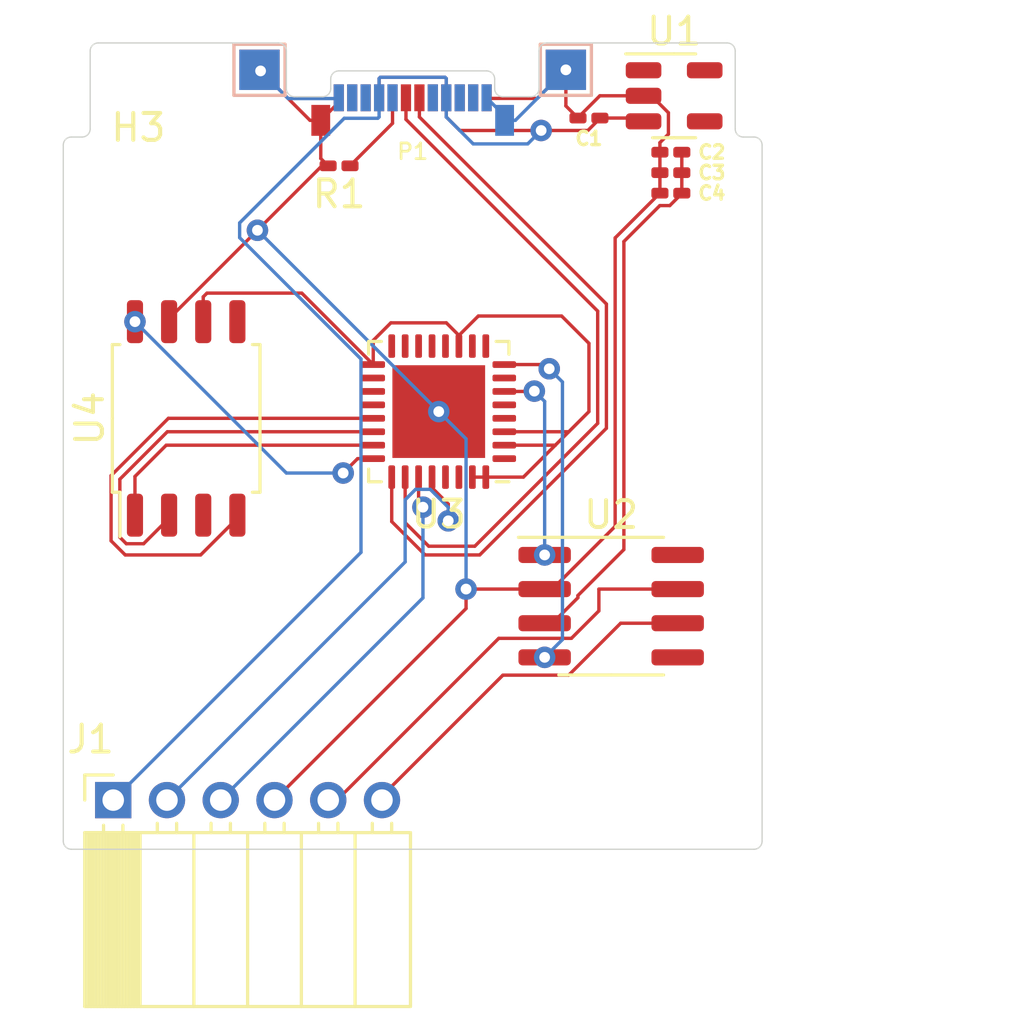
<source format=kicad_pcb>
(kicad_pcb (version 20221018) (generator pcbnew)
  (title_block (title "Expansion Card Template") (rev "X1") (company "Framework") (comment 1 "This work is licensed under a Creative Commons Attribution 4.0 International License") (comment 4 "https://frame.work"))
  (layers (0 "F.Cu" signal) (31 "B.Cu" signal) (34 "B.Paste" user) (35 "F.Paste" user) (36 "B.SilkS" user "B.Silkscreen") (37 "F.SilkS" user "F.Silkscreen") (38 "B.Mask" user) (39 "F.Mask" user) (44 "Edge.Cuts" user))
  (net 0 "")
  (net 1 "GND")
  (net 2 "+3V3")
  (net 3 "VBUS")
  (net 4 "Net-(P1-CC)")
  (net 5 "/D+")
  (net 6 "/D-")
  (net 10 "/SDA")
  (net 11 "/SCL")
  (net 17 "/NPXL")
  (net 23 "/CS")
  (net 24 "/CLK")
  (net 25 "/MOSI")
  (net 26 "/MISO")
  (net 27 "/RXD")
  (net 28 "/TXD")
  (net 33 "/CAN_TX")
  (net 34 "/CAN_RX")
  (net 36 "CAN_L")
  (net 38 "+3.3V")
  (net 39 "CAN_H")
  (footprint "Expansion_Card:USB_C_Plug_Molex_105444" (layer "F.Cu") (at 140 129)
    (fp_text reference "P1" (at 0 2.04) (layer "F.SilkS") (effects (font (size 0.5842 0.5842) (thickness 0.1016))))
    (fp_text value "USB_C_Plug_USB2.0")
    (fp_line (start -3.35 0) (end -4.3 0) (stroke (width 0.05)) (layer "Edge.Cuts"))
    (fp_line (start -3.05 -0.66) (end -3.05 -0.3) (stroke (width 0.05)) (layer "Edge.Cuts"))
    (fp_line (start -2.75 -0.96) (end 2.75 -0.96) (stroke (width 0.05)) (layer "Edge.Cuts"))
    (fp_line (start 3.05 -0.66) (end 3.05 -0.3) (stroke (width 0.05)) (layer "Edge.Cuts"))
    (fp_line (start 3.35 0) (end 4.3 0) (stroke (width 0.05)) (layer "Edge.Cuts"))
    (fp_arc (start -3.05 -0.66) (mid -2.962132 -0.872132) (end -2.75 -0.96) (stroke (width 0.05)) (layer "Edge.Cuts"))
    (fp_arc (start -3.05 -0.3) (mid -3.137868 -0.087868) (end -3.35 0) (stroke (width 0.05)) (layer "Edge.Cuts"))
    (fp_arc (start 2.75 -0.96) (mid 2.962132 -0.872132) (end 3.05 -0.66) (stroke (width 0.05)) (layer "Edge.Cuts"))
    (fp_arc (start 3.35 0) (mid 3.137868 -0.087868) (end 3.05 -0.3) (stroke (width 0.05)) (layer "Edge.Cuts"))
    (pad "A1" smd rect (at -2.75 0.04) (size 0.38 1) (layers "F.Cu" "F.Paste" "F.Mask") (net 1 "GND"))
    (pad "A2" smd rect (at -2.25 0.04) (size 0.38 1) (layers "F.Cu" "F.Paste" "F.Mask"))
    (pad "A3" smd rect (at -1.75 0.04) (size 0.38 1) (layers "F.Cu" "F.Paste" "F.Mask"))
    (pad "A4" smd rect (at -1.25 0.04) (size 0.38 1) (layers "F.Cu" "F.Paste" "F.Mask") (net 3 "VBUS"))
    (pad "A5" smd rect (at -0.75 0.04) (size 0.38 1) (layers "F.Cu" "F.Paste" "F.Mask") (net 4 "Net-(P1-CC)"))
    (pad "A6" smd rect (at -0.25 0.04) (size 0.38 1) (layers "F.Cu" "F.Paste" "F.Mask") (net 5 "/D+"))
    (pad "A7" smd rect (at 0.25 0.04) (size 0.38 1) (layers "F.Cu" "F.Paste" "F.Mask") (net 6 "/D-"))
    (pad "A8" smd rect (at 0.75 0.04) (size 0.38 1) (layers "F.Cu" "F.Paste" "F.Mask"))
    (pad "A9" smd rect (at 1.25 0.04) (size 0.38 1) (layers "F.Cu" "F.Paste" "F.Mask") (net 3 "VBUS"))
    (pad "A10" smd rect (at 1.75 0.04) (size 0.38 1) (layers "F.Cu" "F.Paste" "F.Mask"))
    (pad "A11" smd rect (at 2.25 0.04) (size 0.38 1) (layers "F.Cu" "F.Paste" "F.Mask"))
    (pad "A12" smd rect (at 2.75 0.04) (size 0.38 1) (layers "F.Cu" "F.Paste" "F.Mask") (net 1 "GND"))
    (pad "B1" smd rect (at 2.75 0.04) (size 0.38 1) (layers "B.Cu" "B.Paste" "B.Mask") (net 1 "GND"))
    (pad "B2" smd rect (at 2.25 0.04) (size 0.38 1) (layers "B.Cu" "B.Paste" "B.Mask"))
    (pad "B3" smd rect (at 1.75 0.04) (size 0.38 1) (layers "B.Cu" "B.Paste" "B.Mask"))
    (pad "B4" smd rect (at 1.25 0.04) (size 0.38 1) (layers "B.Cu" "B.Paste" "B.Mask") (net 3 "VBUS"))
    (pad "B5" smd rect (at 0.75 0.04) (size 0.38 1) (layers "B.Cu" "B.Paste" "B.Mask"))
    (pad "B8" smd rect (at -0.75 0.04) (size 0.38 1) (layers "B.Cu" "B.Paste" "B.Mask"))
    (pad "B9" smd rect (at -1.25 0.04) (size 0.38 1) (layers "B.Cu" "B.Paste" "B.Mask") (net 3 "VBUS"))
    (pad "B10" smd rect (at -1.75 0.04) (size 0.38 1) (layers "B.Cu" "B.Paste" "B.Mask"))
    (pad "B11" smd rect (at -2.25 0.04) (size 0.38 1) (layers "B.Cu" "B.Paste" "B.Mask"))
    (pad "B12" smd rect (at -2.75 0.04) (size 0.38 1) (layers "B.Cu" "B.Paste" "B.Mask") (net 1 "GND"))
    (pad "S1" smd rect (at -3.42 0.88) (size 0.7 1.15) (layers "F.Cu" "F.Paste" "F.Mask") (net 1 "GND"))
    (pad "S1" smd rect (at 3.42 0.88) (size 0.7 1.15) (layers "B.Cu" "B.Paste" "B.Mask") (net 1 "GND"))
  )
  (footprint "MountingHole:MountingHole_2.2mm_M2" (layer "F.Cu") (at 129.794 148.844)
    (fp_text reference "H1" hide)
    (fp_text value "MountingHole")
    (pad "" np_thru_hole circle (at 0 0) (size 2.2 2.2) (drill 2.2) (layers "*.Cu" "*.Mask"))
  )
  (footprint "MountingHole:MountingHole_2.2mm_M2" (layer "F.Cu") (at 151.13 141.986)
    (fp_text reference "H2" hide)
    (fp_text value "MountingHole")
    (pad "" np_thru_hole circle (at 0 0) (size 2.2 2.2) (drill 2.2) (layers "*.Cu" "*.Mask"))
  )
  (footprint "TestPoint:TestPoint_Pad_1.5x1.5mm" (layer "F.Cu") (at 134.3 128)
    (fp_text reference "TP1" hide)
    (fp_text value "TestPoint")
    (fp_line (start -0.95 -0.95) (end 0.95 -0.95) (stroke (width 0.12)) (layer "F.SilkS"))
    (fp_line (start -0.95 0.95) (end -0.95 -0.95) (stroke (width 0.12)) (layer "F.SilkS"))
    (fp_line (start 0.95 -0.95) (end 0.95 0.95) (stroke (width 0.12)) (layer "F.SilkS"))
    (fp_line (start 0.95 0.95) (end -0.95 0.95) (stroke (width 0.12)) (layer "F.SilkS"))
    (pad "1" smd rect (at 0 0) (size 1.5 1.5) (layers "F.Cu" "F.Mask") (net 1 "GND"))
  )
  (footprint "TestPoint:TestPoint_Pad_1.5x1.5mm" (layer "F.Cu") (at 145.7 128)
    (fp_text reference "TP3" hide)
    (fp_text value "TestPoint")
    (fp_line (start -0.95 -0.95) (end 0.95 -0.95) (stroke (width 0.12)) (layer "F.SilkS"))
    (fp_line (start -0.95 0.95) (end -0.95 -0.95) (stroke (width 0.12)) (layer "F.SilkS"))
    (fp_line (start 0.95 -0.95) (end 0.95 0.95) (stroke (width 0.12)) (layer "F.SilkS"))
    (fp_line (start 0.95 0.95) (end -0.95 0.95) (stroke (width 0.12)) (layer "F.SilkS"))
    (pad "1" smd rect (at 0 0) (size 1.5 1.5) (layers "F.Cu" "F.Mask") (net 1 "GND"))
  )
  (footprint "Capacitor_SMD:C_0201_0603Metric_Pad0.64x0.40mm_HandSolder" (layer "F.Cu") (at 149.606 131.064 180)
    (fp_text reference "C2" (at -1.524 0) (layer "F.SilkS") (effects (font (size 0.5 0.5) (thickness 0.125))))
    (fp_text value "10uF")
    (pad "1" smd roundrect (at -0.4075 0 180) (size 0.635 0.4) (layers "F.Cu" "F.Mask") (net 2 "+3V3"))
    (pad "2" smd roundrect (at 0.4075 0 180) (size 0.635 0.4) (layers "F.Cu" "F.Mask") (net 1 "GND"))
  )
  (footprint "Package_DFN_QFN:QFN-32-1EP_5x5mm_P0.5mm_EP3.45x3.45mm" (layer "F.Cu") (at 140.97 140.716 180)
    (fp_text reference "U3" (at 0 -3.82) (layer "F.SilkS"))
    (fp_text value "ESP32-C3")
    (fp_line (start -2.61 2.61) (end -2.61 2.135) (stroke (width 0.12)) (layer "F.SilkS"))
    (fp_line (start -2.135 -2.61) (end -2.61 -2.61) (stroke (width 0.12)) (layer "F.SilkS"))
    (fp_line (start -2.135 2.61) (end -2.61 2.61) (stroke (width 0.12)) (layer "F.SilkS"))
    (fp_line (start 2.135 -2.61) (end 2.61 -2.61) (stroke (width 0.12)) (layer "F.SilkS"))
    (fp_line (start 2.135 2.61) (end 2.61 2.61) (stroke (width 0.12)) (layer "F.SilkS"))
    (fp_line (start 2.61 -2.61) (end 2.61 -2.135) (stroke (width 0.12)) (layer "F.SilkS"))
    (fp_line (start 2.61 2.61) (end 2.61 2.135) (stroke (width 0.12)) (layer "F.SilkS"))
    (pad "1" smd roundrect (at -2.4375 -1.75 180) (size 0.875 0.25) (layers "F.Cu" "F.Paste" "F.Mask"))
    (pad "2" smd roundrect (at -2.4375 -1.25 180) (size 0.875 0.25) (layers "F.Cu" "F.Paste" "F.Mask") (net 38 "+3.3V"))
    (pad "3" smd roundrect (at -2.4375 -0.75 180) (size 0.875 0.25) (layers "F.Cu" "F.Paste" "F.Mask") (net 38 "+3.3V"))
    (pad "4" smd roundrect (at -2.4375 -0.25 180) (size 0.875 0.25) (layers "F.Cu" "F.Paste" "F.Mask") (net 10 "/SDA"))
    (pad "5" smd roundrect (at -2.4375 0.25 180) (size 0.875 0.25) (layers "F.Cu" "F.Paste" "F.Mask") (net 11 "/SCL"))
    (pad "6" smd roundrect (at -2.4375 0.75 180) (size 0.875 0.25) (layers "F.Cu" "F.Paste" "F.Mask") (net 33 "/CAN_TX"))
    (pad "7" smd roundrect (at -2.4375 1.25 180) (size 0.875 0.25) (layers "F.Cu" "F.Paste" "F.Mask"))
    (pad "8" smd roundrect (at -2.4375 1.75 180) (size 0.875 0.25) (layers "F.Cu" "F.Paste" "F.Mask") (net 34 "/CAN_RX"))
    (pad "9" smd roundrect (at -1.75 2.4375 180) (size 0.25 0.875) (layers "F.Cu" "F.Paste" "F.Mask"))
    (pad "10" smd roundrect (at -1.25 2.4375 180) (size 0.25 0.875) (layers "F.Cu" "F.Paste" "F.Mask"))
    (pad "11" smd roundrect (at -0.75 2.4375 180) (size 0.25 0.875) (layers "F.Cu" "F.Paste" "F.Mask") (net 38 "+3.3V"))
    (pad "12" smd roundrect (at -0.25 2.4375 180) (size 0.25 0.875) (layers "F.Cu" "F.Paste" "F.Mask"))
    (pad "13" smd roundrect (at 0.25 2.4375 180) (size 0.25 0.875) (layers "F.Cu" "F.Paste" "F.Mask"))
    (pad "14" smd roundrect (at 0.75 2.4375 180) (size 0.25 0.875) (layers "F.Cu" "F.Paste" "F.Mask") (net 17 "/NPXL"))
    (pad "15" smd roundrect (at 1.25 2.4375 180) (size 0.25 0.875) (layers "F.Cu" "F.Paste" "F.Mask"))
    (pad "16" smd roundrect (at 1.75 2.4375 180) (size 0.25 0.875) (layers "F.Cu" "F.Paste" "F.Mask"))
    (pad "17" smd roundrect (at 2.4375 1.75 180) (size 0.875 0.25) (layers "F.Cu" "F.Paste" "F.Mask") (net 38 "+3.3V"))
    (pad "18" smd roundrect (at 2.4375 1.25 180) (size 0.875 0.25) (layers "F.Cu" "F.Paste" "F.Mask"))
    (pad "19" smd roundrect (at 2.4375 0.75 180) (size 0.875 0.25) (layers "F.Cu" "F.Paste" "F.Mask"))
    (pad "20" smd roundrect (at 2.4375 0.25 180) (size 0.875 0.25) (layers "F.Cu" "F.Paste" "F.Mask"))
    (pad "21" smd roundrect (at 2.4375 -0.25 180) (size 0.875 0.25) (layers "F.Cu" "F.Paste" "F.Mask") (net 23 "/CS"))
    (pad "22" smd roundrect (at 2.4375 -0.75 180) (size 0.875 0.25) (layers "F.Cu" "F.Paste" "F.Mask") (net 24 "/CLK"))
    (pad "23" smd roundrect (at 2.4375 -1.25 180) (size 0.875 0.25) (layers "F.Cu" "F.Paste" "F.Mask") (net 25 "/MOSI"))
    (pad "24" smd roundrect (at 2.4375 -1.75 180) (size 0.875 0.25) (layers "F.Cu" "F.Paste" "F.Mask") (net 26 "/MISO"))
    (pad "25" smd roundrect (at 1.75 -2.4375 180) (size 0.25 0.875) (layers "F.Cu" "F.Paste" "F.Mask") (net 6 "/D-"))
    (pad "26" smd roundrect (at 1.25 -2.4375 180) (size 0.25 0.875) (layers "F.Cu" "F.Paste" "F.Mask") (net 5 "/D+"))
    (pad "27" smd roundrect (at 0.75 -2.4375 180) (size 0.25 0.875) (layers "F.Cu" "F.Paste" "F.Mask") (net 27 "/RXD"))
    (pad "28" smd roundrect (at 0.25 -2.4375 180) (size 0.25 0.875) (layers "F.Cu" "F.Paste" "F.Mask") (net 28 "/TXD"))
    (pad "29" smd roundrect (at -0.25 -2.4375 180) (size 0.25 0.875) (layers "F.Cu" "F.Paste" "F.Mask"))
    (pad "30" smd roundrect (at -0.75 -2.4375 180) (size 0.25 0.875) (layers "F.Cu" "F.Paste" "F.Mask"))
    (pad "31" smd roundrect (at -1.25 -2.4375 180) (size 0.25 0.875) (layers "F.Cu" "F.Paste" "F.Mask") (net 38 "+3.3V"))
    (pad "32" smd roundrect (at -1.75 -2.4375 180) (size 0.25 0.875) (layers "F.Cu" "F.Paste" "F.Mask") (net 38 "+3.3V"))
    (pad "33" smd rect (at 0 0 180) (size 3.45 3.45) (layers "F.Cu" "F.Mask") (net 1 "GND"))
  )
  (footprint "Capacitor_SMD:C_0201_0603Metric_Pad0.64x0.40mm_HandSolder" (layer "F.Cu") (at 146.558 129.794 180)
    (fp_text reference "C1" (at 0 -0.762) (layer "F.SilkS") (effects (font (size 0.5 0.5) (thickness 0.125))))
    (fp_text value "10uF")
    (pad "1" smd roundrect (at -0.4075 0 180) (size 0.635 0.4) (layers "F.Cu" "F.Mask") (net 3 "VBUS"))
    (pad "2" smd roundrect (at 0.4075 0 180) (size 0.635 0.4) (layers "F.Cu" "F.Mask") (net 1 "GND"))
  )
  (footprint "Capacitor_SMD:C_0201_0603Metric_Pad0.64x0.40mm_HandSolder" (layer "F.Cu") (at 149.606 131.826 180)
    (fp_text reference "C3" (at -1.524 0) (layer "F.SilkS") (effects (font (size 0.5 0.5) (thickness 0.125))))
    (fp_text value "22uF")
    (pad "1" smd roundrect (at -0.4075 0 180) (size 0.635 0.4) (layers "F.Cu" "F.Mask") (net 2 "+3V3"))
    (pad "2" smd roundrect (at 0.4075 0 180) (size 0.635 0.4) (layers "F.Cu" "F.Mask") (net 1 "GND"))
  )
  (footprint "Capacitor_SMD:C_0201_0603Metric_Pad0.64x0.40mm_HandSolder" (layer "F.Cu") (at 149.606 132.588 180)
    (fp_text reference "C4" (at -1.524 0) (layer "F.SilkS") (effects (font (size 0.5 0.5) (thickness 0.125))))
    (fp_text value "100nF")
    (pad "1" smd roundrect (at -0.4075 0 180) (size 0.635 0.4) (layers "F.Cu" "F.Mask") (net 2 "+3V3"))
    (pad "2" smd roundrect (at 0.4075 0 180) (size 0.635 0.4) (layers "F.Cu" "F.Mask") (net 1 "GND"))
  )
  (footprint "Package_TO_SOT_SMD:SOT-23-5" (layer "F.Cu") (at 149.7275 128.966)
    (fp_text reference "U1" (at 0 -2.4) (layer "F.SilkS"))
    (fp_text value "AP2112K-3.3")
    (fp_line (start 0 -1.56) (end -1.8 -1.56) (stroke (width 0.12)) (layer "F.SilkS"))
    (fp_line (start 0 -1.56) (end 0.8 -1.56) (stroke (width 0.12)) (layer "F.SilkS"))
    (fp_line (start 0 1.56) (end -0.8 1.56) (stroke (width 0.12)) (layer "F.SilkS"))
    (fp_line (start 0 1.56) (end 0.8 1.56) (stroke (width 0.12)) (layer "F.SilkS"))
    (pad "1" smd roundrect (at -1.1375 -0.95) (size 1.325 0.6) (layers "F.Cu" "F.Paste" "F.Mask") (net 3 "VBUS"))
    (pad "2" smd roundrect (at -1.1375 0) (size 1.325 0.6) (layers "F.Cu" "F.Paste" "F.Mask") (net 1 "GND"))
    (pad "3" smd roundrect (at -1.1375 0.95) (size 1.325 0.6) (layers "F.Cu" "F.Paste" "F.Mask") (net 3 "VBUS"))
    (pad "4" smd roundrect (at 1.1375 0.95) (size 1.325 0.6) (layers "F.Cu" "F.Paste" "F.Mask"))
    (pad "5" smd roundrect (at 1.1375 -0.95) (size 1.325 0.6) (layers "F.Cu" "F.Paste" "F.Mask") (net 2 "+3V3"))
  )
  (footprint "Resistor_SMD:R_0201_0603Metric_Pad0.64x0.40mm_HandSolder" (layer "F.Cu") (at 137.2605 131.572 180)
    (fp_text reference "R1" (at 0 -1.05) (layer "F.SilkS"))
    (fp_text value "5.1k")
    (pad "1" smd roundrect (at -0.4075 0 180) (size 0.635 0.4) (layers "F.Cu" "F.Mask") (net 4 "Net-(P1-CC)"))
    (pad "2" smd roundrect (at 0.4075 0 180) (size 0.635 0.4) (layers "F.Cu" "F.Mask") (net 1 "GND"))
  )
  (footprint "Package_SO:SOIC-8_5.275x5.275mm_P1.27mm" (layer "F.Cu") (at 131.572 140.97 90)
    (fp_text reference "U4" (at 0 -3.59 90) (layer "F.SilkS"))
    (fp_text value "AT45DB161D-SU")
    (fp_line (start -2.7475 -2.7475) (end -2.7475 -2.465) (stroke (width 0.12)) (layer "F.SilkS"))
    (fp_line (start -2.7475 -2.465) (end -4.4 -2.465) (stroke (width 0.12)) (layer "F.SilkS"))
    (fp_line (start -2.7475 2.7475) (end -2.7475 2.465) (stroke (width 0.12)) (layer "F.SilkS"))
    (fp_line (start 0 -2.7475) (end -2.7475 -2.7475) (stroke (width 0.12)) (layer "F.SilkS"))
    (fp_line (start 0 -2.7475) (end 2.7475 -2.7475) (stroke (width 0.12)) (layer "F.SilkS"))
    (fp_line (start 0 2.7475) (end -2.7475 2.7475) (stroke (width 0.12)) (layer "F.SilkS"))
    (fp_line (start 0 2.7475) (end 2.7475 2.7475) (stroke (width 0.12)) (layer "F.SilkS"))
    (fp_line (start 2.7475 -2.7475) (end 2.7475 -2.465) (stroke (width 0.12)) (layer "F.SilkS"))
    (fp_line (start 2.7475 2.7475) (end 2.7475 2.465) (stroke (width 0.12)) (layer "F.SilkS"))
    (pad "1" smd roundrect (at -3.6 -1.905 90) (size 1.6 0.6) (layers "F.Cu" "F.Paste" "F.Mask") (net 25 "/MOSI"))
    (pad "2" smd roundrect (at -3.6 -0.635 90) (size 1.6 0.6) (layers "F.Cu" "F.Paste" "F.Mask") (net 24 "/CLK"))
    (pad "3" smd roundrect (at -3.6 0.635 90) (size 1.6 0.6) (layers "F.Cu" "F.Paste" "F.Mask"))
    (pad "4" smd roundrect (at -3.6 1.905 90) (size 1.6 0.6) (layers "F.Cu" "F.Paste" "F.Mask") (net 23 "/CS"))
    (pad "5" smd roundrect (at 3.6 1.905 90) (size 1.6 0.6) (layers "F.Cu" "F.Paste" "F.Mask"))
    (pad "6" smd roundrect (at 3.6 0.635 90) (size 1.6 0.6) (layers "F.Cu" "F.Paste" "F.Mask") (net 38 "+3.3V"))
    (pad "7" smd roundrect (at 3.6 -0.635 90) (size 1.6 0.6) (layers "F.Cu" "F.Paste" "F.Mask") (net 1 "GND"))
    (pad "8" smd roundrect (at 3.6 -1.905 90) (size 1.6 0.6) (layers "F.Cu" "F.Paste" "F.Mask") (net 26 "/MISO"))
  )
  (footprint "Connector_PinSocket_2.00mm:PinSocket_1x06_P2.00mm_Horizontal" (layer "F.Cu") (at 128.858 155.171 90)
    (fp_text reference "J1" (at 2.263 -0.842 180) (layer "F.SilkS"))
    (fp_text value "Conn_01x06")
    (fp_line (start -7.68 -1.06) (end -7.68 11.06) (stroke (width 0.12)) (layer "F.SilkS"))
    (fp_line (start -7.68 -1.06) (end -1.21 -1.06) (stroke (width 0.12)) (layer "F.SilkS"))
    (fp_line (start -7.68 -0.94) (end -1.21 -0.94) (stroke (width 0.12)) (layer "F.SilkS"))
    (fp_line (start -7.68 -0.825882) (end -1.21 -0.825882) (stroke (width 0.12)) (layer "F.SilkS"))
    (fp_line (start -7.68 -0.711764) (end -1.21 -0.711764) (stroke (width 0.12)) (layer "F.SilkS"))
    (fp_line (start -7.68 -0.597646) (end -1.21 -0.597646) (stroke (width 0.12)) (layer "F.SilkS"))
    (fp_line (start -7.68 -0.483528) (end -1.21 -0.483528) (stroke (width 0.12)) (layer "F.SilkS"))
    (fp_line (start -7.68 -0.36941) (end -1.21 -0.36941) (stroke (width 0.12)) (layer "F.SilkS"))
    (fp_line (start -7.68 -0.255292) (end -1.21 -0.255292) (stroke (width 0.12)) (layer "F.SilkS"))
    (fp_line (start -7.68 -0.141174) (end -1.21 -0.141174) (stroke (width 0.12)) (layer "F.SilkS"))
    (fp_line (start -7.68 -0.027056) (end -1.21 -0.027056) (stroke (width 0.12)) (layer "F.SilkS"))
    (fp_line (start -7.68 0.087062) (end -1.21 0.087062) (stroke (width 0.12)) (layer "F.SilkS"))
    (fp_line (start -7.68 0.20118) (end -1.21 0.20118) (stroke (width 0.12)) (layer "F.SilkS"))
    (fp_line (start -7.68 0.315298) (end -1.21 0.315298) (stroke (width 0.12)) (layer "F.SilkS"))
    (fp_line (start -7.68 0.429416) (end -1.21 0.429416) (stroke (width 0.12)) (layer "F.SilkS"))
    (fp_line (start -7.68 0.543534) (end -1.21 0.543534) (stroke (width 0.12)) (layer "F.SilkS"))
    (fp_line (start -7.68 0.657652) (end -1.21 0.657652) (stroke (width 0.12)) (layer "F.SilkS"))
    (fp_line (start -7.68 0.77177) (end -1.21 0.77177) (stroke (width 0.12)) (layer "F.SilkS"))
    (fp_line (start -7.68 0.885888) (end -1.21 0.885888) (stroke (width 0.12)) (layer "F.SilkS"))
    (fp_line (start -7.68 1) (end -1.21 1) (stroke (width 0.12)) (layer "F.SilkS"))
    (fp_line (start -7.68 3) (end -1.21 3) (stroke (width 0.12)) (layer "F.SilkS"))
    (fp_line (start -7.68 5) (end -1.21 5) (stroke (width 0.12)) (layer "F.SilkS"))
    (fp_line (start -7.68 7) (end -1.21 7) (stroke (width 0.12)) (layer "F.SilkS"))
    (fp_line (start -7.68 9) (end -1.21 9) (stroke (width 0.12)) (layer "F.SilkS"))
    (fp_line (start -7.68 11.06) (end -1.21 11.06) (stroke (width 0.12)) (layer "F.SilkS"))
    (fp_line (start -1.21 -1.06) (end -1.21 11.06) (stroke (width 0.12)) (layer "F.SilkS"))
    (fp_line (start -1.21 -0.36) (end -0.935 -0.36) (stroke (width 0.12)) (layer "F.SilkS"))
    (fp_line (start -1.21 0.36) (end -0.935 0.36) (stroke (width 0.12)) (layer "F.SilkS"))
    (fp_line (start -1.21 1.64) (end -0.862917 1.64) (stroke (width 0.12)) (layer "F.SilkS"))
    (fp_line (start -1.21 2.36) (end -0.862917 2.36) (stroke (width 0.12)) (layer "F.SilkS"))
    (fp_line (start -1.21 3.64) (end -0.862917 3.64) (stroke (width 0.12)) (layer "F.SilkS"))
    (fp_line (start -1.21 4.36) (end -0.862917 4.36) (stroke (width 0.12)) (layer "F.SilkS"))
    (fp_line (start -1.21 5.64) (end -0.862917 5.64) (stroke (width 0.12)) (layer "F.SilkS"))
    (fp_line (start -1.21 6.36) (end -0.862917 6.36) (stroke (width 0.12)) (layer "F.SilkS"))
    (fp_line (start -1.21 7.64) (end -0.862917 7.64) (stroke (width 0.12)) (layer "F.SilkS"))
    (fp_line (start -1.21 8.36) (end -0.862917 8.36) (stroke (width 0.12)) (layer "F.SilkS"))
    (fp_line (start -1.21 9.64) (end -0.862917 9.64) (stroke (width 0.12)) (layer "F.SilkS"))
    (fp_line (start -1.21 10.36) (end -0.862917 10.36) (stroke (width 0.12)) (layer "F.SilkS"))
    (fp_line (start 0 -1.06) (end 0.935 -1.06) (stroke (width 0.12)) (layer "F.SilkS"))
    (fp_line (start 0.935 -1.06) (end 0.935 0) (stroke (width 0.12)) (layer "F.SilkS"))
    (pad "1" thru_hole rect (at 0 0 90) (size 1.35 1.35) (drill 0.8) (layers "*.Cu" "*.Mask") (net 3 "VBUS"))
    (pad "2" thru_hole oval (at 0 2 90) (size 1.35 1.35) (drill 0.8) (layers "*.Cu" "*.Mask") (net 28 "/TXD"))
    (pad "3" thru_hole oval (at 0 4 90) (size 1.35 1.35) (drill 0.8) (layers "*.Cu" "*.Mask") (net 27 "/RXD"))
    (pad "4" thru_hole oval (at 0 6 90) (size 1.35 1.35) (drill 0.8) (layers "*.Cu" "*.Mask") (net 1 "GND"))
    (pad "5" thru_hole oval (at 0 8 90) (size 1.35 1.35) (drill 0.8) (layers "*.Cu" "*.Mask") (net 39 "CAN_H"))
    (pad "6" thru_hole oval (at 0 10 90) (size 1.35 1.35) (drill 0.8) (layers "*.Cu" "*.Mask") (net 36 "CAN_L"))
  )
  (footprint "Package_SO:SOIC-8_3.9x4.9mm_P1.27mm" (layer "F.Cu") (at 147.385 147.955)
    (fp_text reference "U2" (at 0 -3.4) (layer "F.SilkS"))
    (fp_text value "SN65HVD230")
    (fp_line (start 0 -2.56) (end -3.45 -2.56) (stroke (width 0.12)) (layer "F.SilkS"))
    (fp_line (start 0 -2.56) (end 1.95 -2.56) (stroke (width 0.12)) (layer "F.SilkS"))
    (fp_line (start 0 2.56) (end -1.95 2.56) (stroke (width 0.12)) (layer "F.SilkS"))
    (fp_line (start 0 2.56) (end 1.95 2.56) (stroke (width 0.12)) (layer "F.SilkS"))
    (pad "1" smd roundrect (at -2.475 -1.905) (size 1.95 0.6) (layers "F.Cu" "F.Paste" "F.Mask") (net 33 "/CAN_TX"))
    (pad "2" smd roundrect (at -2.475 -0.635) (size 1.95 0.6) (layers "F.Cu" "F.Paste" "F.Mask") (net 1 "GND"))
    (pad "3" smd roundrect (at -2.475 0.635) (size 1.95 0.6) (layers "F.Cu" "F.Paste" "F.Mask") (net 2 "+3V3"))
    (pad "4" smd roundrect (at -2.475 1.905) (size 1.95 0.6) (layers "F.Cu" "F.Paste" "F.Mask") (net 34 "/CAN_RX"))
    (pad "5" smd roundrect (at 2.475 1.905) (size 1.95 0.6) (layers "F.Cu" "F.Paste" "F.Mask"))
    (pad "6" smd roundrect (at 2.475 0.635) (size 1.95 0.6) (layers "F.Cu" "F.Paste" "F.Mask") (net 36 "CAN_L"))
    (pad "7" smd roundrect (at 2.475 -0.635) (size 1.95 0.6) (layers "F.Cu" "F.Paste" "F.Mask") (net 39 "CAN_H"))
    (pad "8" smd roundrect (at 2.475 -1.905) (size 1.95 0.6) (layers "F.Cu" "F.Paste" "F.Mask"))
  )
  (footprint "MountingHole:MountingHole_2.2mm_M2" (layer "F.Cu") (at 129.794 133.35)
    (fp_text reference "H3" (at 0 -3.2) (layer "F.SilkS"))
    (fp_text value "MountingHole")
    (pad "" np_thru_hole circle (at 0 0) (size 2.2 2.2) (drill 2.2) (layers "*.Cu" "*.Mask"))
  )
  (footprint "TestPoint:TestPoint_Pad_1.5x1.5mm" (layer "B.Cu") (at 134.3 128)
    (fp_text reference "TP2" hide)
    (fp_text value "TestPoint")
    (fp_line (start -0.95 -0.95) (end -0.95 0.95) (stroke (width 0.12)) (layer "B.SilkS"))
    (fp_line (start -0.95 0.95) (end 0.95 0.95) (stroke (width 0.12)) (layer "B.SilkS"))
    (fp_line (start 0.95 -0.95) (end -0.95 -0.95) (stroke (width 0.12)) (layer "B.SilkS"))
    (fp_line (start 0.95 0.95) (end 0.95 -0.95) (stroke (width 0.12)) (layer "B.SilkS"))
    (pad "1" smd rect (at 0 0) (size 1.5 1.5) (layers "B.Cu" "B.Mask") (net 1 "GND"))
  )
  (footprint "TestPoint:TestPoint_Pad_1.5x1.5mm" (layer "B.Cu") (at 145.7 128)
    (fp_text reference "TP4" hide)
    (fp_text value "TestPoint")
    (fp_line (start -0.95 -0.95) (end -0.95 0.95) (stroke (width 0.12)) (layer "B.SilkS"))
    (fp_line (start -0.95 0.95) (end 0.95 0.95) (stroke (width 0.12)) (layer "B.SilkS"))
    (fp_line (start 0.95 -0.95) (end -0.95 -0.95) (stroke (width 0.12)) (layer "B.SilkS"))
    (fp_line (start 0.95 0.95) (end 0.95 -0.95) (stroke (width 0.12)) (layer "B.SilkS"))
    (pad "1" smd rect (at 0 0) (size 1.5 1.5) (layers "B.Cu" "B.Mask") (net 1 "GND"))
  )
  (gr_line (start 153 130.8) (end 153 156.7) (stroke (width 0.05)) (layer "Edge.Cuts"))
  (gr_line (start 127.3 157) (end 152.7 157) (stroke (width 0.05)) (layer "Edge.Cuts"))
  (gr_arc (start 144.7 128.7) (mid 144.612132 128.912132) (end 144.4 129) (stroke (width 0.05)) (layer "Edge.Cuts"))
  (gr_arc (start 135 127) (mid 135.212132 127.087868) (end 135.3 127.3) (stroke (width 0.05)) (layer "Edge.Cuts"))
  (gr_line (start 144.7 128.7) (end 144.7 127.3) (stroke (width 0.05)) (layer "Edge.Cuts"))
  (gr_arc (start 144.7 127.3) (mid 144.787868 127.087868) (end 145 127) (stroke (width 0.05)) (layer "Edge.Cuts"))
  (gr_line (start 135 127) (end 128.3 127) (stroke (width 0.05)) (layer "Edge.Cuts"))
  (gr_line (start 145 127) (end 151.7 127) (stroke (width 0.05)) (layer "Edge.Cuts"))
  (gr_arc (start 127.3 157) (mid 127.087868 156.912132) (end 127 156.7) (stroke (width 0.05)) (layer "Edge.Cuts"))
  (gr_line (start 144.3 129) (end 144.4 129) (stroke (width 0.05)) (layer "Edge.Cuts"))
  (gr_arc (start 128 127.3) (mid 128.087868 127.087868) (end 128.3 127) (stroke (width 0.05)) (layer "Edge.Cuts"))
  (gr_line (start 128 130.2) (end 128 127.3) (stroke (width 0.05)) (layer "Edge.Cuts"))
  (gr_arc (start 128 130.2) (mid 127.912132 130.412132) (end 127.7 130.5) (stroke (width 0.05)) (layer "Edge.Cuts"))
  (gr_arc (start 127 130.8) (mid 127.087868 130.587868) (end 127.3 130.5) (stroke (width 0.05)) (layer "Edge.Cuts"))
  (gr_line (start 127.3 130.5) (end 127.7 130.5) (stroke (width 0.05)) (layer "Edge.Cuts"))
  (gr_line (start 152 130.2) (end 152 127.3) (stroke (width 0.05)) (layer "Edge.Cuts"))
  (gr_arc (start 152.7 130.5) (mid 152.912132 130.587868) (end 153 130.8) (stroke (width 0.05)) (layer "Edge.Cuts"))
  (gr_arc (start 152.3 130.5) (mid 152.087868 130.412132) (end 152 130.2) (stroke (width 0.05)) (layer "Edge.Cuts"))
  (gr_line (start 152.3 130.5) (end 152.7 130.5) (stroke (width 0.05)) (layer "Edge.Cuts"))
  (gr_arc (start 153 156.7) (mid 152.912132 156.912132) (end 152.7 157) (stroke (width 0.05)) (layer "Edge.Cuts"))
  (gr_arc (start 151.7 127) (mid 151.912132 127.087868) (end 152 127.3) (stroke (width 0.05)) (layer "Edge.Cuts"))
  (gr_line (start 135.6 129) (end 135.7 129) (stroke (width 0.05)) (layer "Edge.Cuts"))
  (gr_line (start 135.3 128.7) (end 135.3 127.3) (stroke (width 0.05)) (layer "Edge.Cuts"))
  (gr_line (start 127 130.8) (end 127 156.7) (stroke (width 0.05)) (layer "Edge.Cuts"))
  (gr_arc (start 135.6 129) (mid 135.387868 128.912132) (end 135.3 128.7) (stroke (width 0.05)) (layer "Edge.Cuts"))
  (segment (start 148.59 128.966) (end 146.963348 128.966) (width 0.125) (layer "F.Cu") (net 1))
  (segment (start 136.58 129.88) (end 136.58 131.299) (width 0.125) (layer "F.Cu") (net 1))
  (segment (start 134.223819 133.969819) (end 136.621637 131.572) (width 0.125) (layer "F.Cu") (net 1))
  (segment (start 142.773967 129.063967) (end 144.636033 129.063967) (width 0.125) (layer "F.Cu") (net 1))
  (segment (start 147.533 144.985363) (end 145.198363 147.32) (width 0.125) (layer "F.Cu") (net 1))
  (segment (start 147.533 134.2535) (end 147.533 144.985363) (width 0.125) (layer "F.Cu") (net 1))
  (segment (start 144.636033 129.063967) (end 145.7 128) (width 0.125) (layer "F.Cu") (net 1))
  (segment (start 146.1505 129.778848) (end 146.1505 129.794) (width 0.125) (layer "F.Cu") (net 1))
  (segment (start 136.58 131.299) (end 136.853 131.572) (width 0.125) (layer "F.Cu") (net 1))
  (segment (start 141.986 148.043) (end 141.986 147.32) (width 0.125) (layer "F.Cu") (net 1))
  (segment (start 148.59 128.966) (end 148.885863 128.966) (width 0.125) (layer "F.Cu") (net 1))
  (segment (start 149.1985 130.7095) (end 149.1985 131.064) (width 0.125) (layer "F.Cu") (net 1))
  (segment (start 130.937 137.37) (end 130.937 137.256637) (width 0.125) (layer "F.Cu") (net 1))
  (segment (start 149.1985 132.588) (end 147.533 134.2535) (width 0.125) (layer "F.Cu") (net 1))
  (segment (start 137.25 129.21) (end 136.58 129.88) (width 0.125) (layer "F.Cu") (net 1))
  (segment (start 145.198363 147.32) (end 144.91 147.32) (width 0.125) (layer "F.Cu") (net 1))
  (segment (start 148.885863 128.966) (end 149.515 129.595137) (width 0.125) (layer "F.Cu") (net 1))
  (segment (start 149.515 129.595137) (end 149.515 130.393) (width 0.125) (layer "F.Cu") (net 1))
  (segment (start 149.1985 132.588) (end 149.1985 131.826) (width 0.125) (layer "F.Cu") (net 1))
  (segment (start 145.7 129.3435) (end 145.7 128) (width 0.125) (layer "F.Cu") (net 1))
  (segment (start 130.937 137.256637) (end 134.223819 133.969819) (width 0.125) (layer "F.Cu") (net 1))
  (segment (start 141.986 147.32) (end 144.91 147.32) (width 0.125) (layer "F.Cu") (net 1))
  (segment (start 137.25 129.04) (end 137.25 129.21) (width 0.125) (layer "F.Cu") (net 1))
  (segment (start 136.58 129.88) (end 136.18 129.88) (width 0.125) (layer "F.Cu") (net 1))
  (segment (start 142.75 129.04) (end 142.773967 129.063967) (width 0.125) (layer "F.Cu") (net 1))
  (segment (start 136.18 129.88) (end 134.3 128) (width 0.125) (layer "F.Cu") (net 1))
  (segment (start 149.1985 131.826) (end 149.1985 131.064) (width 0.125) (layer "F.Cu") (net 1))
  (segment (start 149.515 130.393) (end 149.1985 130.7095) (width 0.125) (layer "F.Cu") (net 1))
  (segment (start 134.858 155.171) (end 141.986 148.043) (width 0.125) (layer "F.Cu") (net 1))
  (segment (start 136.621637 131.572) (end 136.853 131.572) (width 0.125) (layer "F.Cu") (net 1))
  (segment (start 146.963348 128.966) (end 146.1505 129.778848) (width 0.125) (layer "F.Cu") (net 1))
  (segment (start 146.1505 129.794) (end 145.7 129.3435) (width 0.125) (layer "F.Cu") (net 1))
  (via (at 134.223819 133.969819) (size 0.8) (drill 0.4) (layers "F.Cu" "B.Cu") (net 1))
  (via (at 140.97 140.716) (size 0.8) (drill 0.4) (layers "F.Cu" "B.Cu") (net 1))
  (via (at 141.986 147.32) (size 0.8) (drill 0.4) (layers "F.Cu" "B.Cu") (net 1))
  (via (at 145.7 128) (size 0.8) (drill 0.4) (layers "F.Cu" "B.Cu") (net 1))
  (via (at 134.341 128.041) (size 0.8) (drill 0.4) (layers "F.Cu" "B.Cu") (net 1))
  (segment (start 143.42 129.88) (end 143.42 129.71) (width 0.125) (layer "B.Cu") (net 1))
  (segment (start 137.221218 129.068782) (end 135.368782 129.068782) (width 0.125) (layer "B.Cu") (net 1))
  (segment (start 143.82 129.88) (end 143.42 129.88) (width 0.125) (layer "B.Cu") (net 1))
  (segment (start 135.368782 129.068782) (end 134.341 128.041) (width 0.125) (layer "B.Cu") (net 1))
  (segment (start 145.7 128) (end 143.82 129.88) (width 0.125) (layer "B.Cu") (net 1))
  (segment (start 140.97 140.716) (end 141.986 141.732) (width 0.125) (layer "B.Cu") (net 1))
  (segment (start 137.25 129.04) (end 137.221218 129.068782) (width 0.125) (layer "B.Cu") (net 1))
  (segment (start 141.986 141.732) (end 141.986 147.32) (width 0.125) (layer "B.Cu") (net 1))
  (segment (start 143.42 129.71) (end 142.75 129.04) (width 0.125) (layer "B.Cu") (net 1))
  (segment (start 134.3 128) (end 134.341 128.041) (width 0.125) (layer "B.Cu") (net 1))
  (segment (start 140.97 140.716) (end 134.223819 133.969819) (width 0.125) (layer "B.Cu") (net 1))
  (segment (start 147.858 134.38812) (end 149.19562 133.0505) (width 0.125) (layer "F.Cu") (net 2))
  (segment (start 145.198363 148.59) (end 146.1475 147.640863) (width 0.125) (layer "F.Cu") (net 2))
  (segment (start 146.1475 147.558682) (end 147.858 145.848182) (width 0.125) (layer "F.Cu") (net 2))
  (segment (start 149.19562 133.0505) (end 149.566152 133.0505) (width 0.125) (layer "F.Cu") (net 2))
  (segment (start 144.91 148.59) (end 145.198363 148.59) (width 0.125) (layer "F.Cu") (net 2))
  (segment (start 150.0135 132.588) (end 150.0135 131.826) (width 0.125) (layer "F.Cu") (net 2))
  (segment (start 147.858 145.848182) (end 147.858 134.38812) (width 0.125) (layer "F.Cu") (net 2))
  (segment (start 149.566152 133.0505) (end 150.0135 132.603152) (width 0.125) (layer "F.Cu") (net 2))
  (segment (start 150.0135 131.064) (end 150.0135 131.826) (width 0.125) (layer "F.Cu") (net 2))
  (segment (start 150.0135 132.603152) (end 150.0135 132.588) (width 0.125) (layer "F.Cu") (net 2))
  (segment (start 146.1475 147.640863) (end 146.1475 147.558682) (width 0.125) (layer "F.Cu") (net 2))
  (segment (start 138.7975 128.2775) (end 141.2025 128.2775) (width 0.125) (layer "F.Cu") (net 3))
  (segment (start 141.25 129.755) (end 141.7515 130.2565) (width 0.125) (layer "F.Cu") (net 3))
  (segment (start 138.75 129.04) (end 138.75 128.325) (width 0.125) (layer "F.Cu") (net 3))
  (segment (start 141.25 129.04) (end 141.25 129.755) (width 0.125) (layer "F.Cu") (net 3))
  (segment (start 148.468 129.794) (end 148.59 129.916) (width 0.125) (layer "F.Cu") (net 3))
  (segment (start 146.9655 129.794) (end 148.468 129.794) (width 0.125) (layer "F.Cu") (net 3))
  (segment (start 138.75 128.325) (end 138.7975 128.2775) (width 0.125) (layer "F.Cu") (net 3))
  (segment (start 141.2025 128.2775) (end 141.25 128.325) (width 0.125) (layer "F.Cu") (net 3))
  (segment (start 146.518152 130.2565) (end 146.9655 129.809152) (width 0.125) (layer "F.Cu") (net 3))
  (segment (start 141.7515 130.2565) (end 144.78 130.2565) (width 0.125) (layer "F.Cu") (net 3))
  (segment (start 144.78 130.2565) (end 146.518152 130.2565) (width 0.125) (layer "F.Cu") (net 3))
  (segment (start 141.25 128.325) (end 141.25 129.04) (width 0.125) (layer "F.Cu") (net 3))
  (segment (start 146.9655 129.809152) (end 146.9655 129.794) (width 0.125) (layer "F.Cu") (net 3))
  (via (at 144.78 130.2565) (size 0.8) (drill 0.4) (layers "F.Cu" "B.Cu") (net 3))
  (segment (start 133.561319 133.695402) (end 137.454221 129.8025) (width 0.125) (layer "B.Cu") (net 3))
  (segment (start 141.25 129.04) (end 141.25 129.755) (width 0.125) (layer "B.Cu") (net 3))
  (segment (start 138.7025 129.8025) (end 138.75 129.755) (width 0.125) (layer "B.Cu") (net 3))
  (segment (start 142.250899 130.755899) (end 144.280601 130.755899) (width 0.125) (layer "B.Cu") (net 3))
  (segment (start 138.75 128.325) (end 138.7975 128.2775) (width 0.125) (layer "B.Cu") (net 3))
  (segment (start 144.280601 130.755899) (end 144.78 130.2565) (width 0.125) (layer "B.Cu") (net 3))
  (segment (start 138.75 129.04) (end 138.75 128.325) (width 0.125) (layer "B.Cu") (net 3))
  (segment (start 141.25 129.755) (end 142.250899 130.755899) (width 0.125) (layer "B.Cu") (net 3))
  (segment (start 141.25 128.325) (end 141.25 129.04) (width 0.125) (layer "B.Cu") (net 3))
  (segment (start 138.0765 145.9525) (end 138.0765 138.759417) (width 0.125) (layer "B.Cu") (net 3))
  (segment (start 138.75 129.755) (end 138.75 129.04) (width 0.125) (layer "B.Cu") (net 3))
  (segment (start 137.454221 129.8025) (end 138.7025 129.8025) (width 0.125) (layer "B.Cu") (net 3))
  (segment (start 138.7975 128.2775) (end 141.2025 128.2775) (width 0.125) (layer "B.Cu") (net 3))
  (segment (start 141.2025 128.2775) (end 141.25 128.325) (width 0.125) (layer "B.Cu") (net 3))
  (segment (start 133.561319 134.244236) (end 133.561319 133.695402) (width 0.125) (layer "B.Cu") (net 3))
  (segment (start 128.858 155.171) (end 138.0765 145.9525) (width 0.125) (layer "B.Cu") (net 3))
  (segment (start 138.0765 138.759417) (end 133.561319 134.244236) (width 0.125) (layer "B.Cu") (net 3))
  (segment (start 137.668 131.572) (end 139.25 129.99) (width 0.125) (layer "F.Cu") (net 4))
  (segment (start 139.25 129.99) (end 139.25 129.04) (width 0.125) (layer "F.Cu") (net 4))
  (segment (start 146.883 141.153) (end 146.883 136.977) (width 0.125) (layer "F.Cu") (net 5))
  (segment (start 140.59662 145.725) (end 142.311 145.725) (width 0.125) (layer "F.Cu") (net 5))
  (segment (start 139.75 129.844) (end 139.75 129.04) (width 0.125) (layer "F.Cu") (net 5))
  (segment (start 142.311 145.725) (end 146.883 141.153) (width 0.125) (layer "F.Cu") (net 5))
  (segment (start 139.72 143.1535) (end 139.72 144.84838) (width 0.125) (layer "F.Cu") (net 5))
  (segment (start 146.883 136.977) (end 139.75 129.844) (width 0.125) (layer "F.Cu") (net 5))
  (segment (start 139.72 144.84838) (end 140.59662 145.725) (width 0.125) (layer "F.Cu") (net 5))
  (segment (start 140.462 146.05) (end 139.22 144.808) (width 0.125) (layer "F.Cu") (net 6))
  (segment (start 139.22 144.808) (end 139.22 143.1535) (width 0.125) (layer "F.Cu") (net 6))
  (segment (start 147.208 136.713) (end 147.208 141.336) (width 0.125) (layer "F.Cu") (net 6))
  (segment (start 140.25 129.755) (end 147.208 136.713) (width 0.125) (layer "F.Cu") (net 6))
  (segment (start 147.208 141.336) (end 142.494 146.05) (width 0.125) (layer "F.Cu") (net 6))
  (segment (start 140.25 129.04) (end 140.25 129.755) (width 0.125) (layer "F.Cu") (net 6))
  (segment (start 142.494 146.05) (end 140.462 146.05) (width 0.125) (layer "F.Cu") (net 6))
  (segment (start 132.110363 146.05) (end 133.477 144.683363) (width 0.125) (layer "F.Cu") (net 23))
  (segment (start 138.5325 140.966) (end 130.910761 140.966) (width 0.125) (layer "F.Cu") (net 23))
  (segment (start 128.778 143.098761) (end 128.778 145.523983) (width 0.125) (layer "F.Cu") (net 23))
  (segment (start 129.304017 146.05) (end 132.110363 146.05) (width 0.125) (layer "F.Cu") (net 23))
  (segment (start 133.477 144.683363) (end 133.477 144.57) (width 0.125) (layer "F.Cu") (net 23))
  (segment (start 130.910761 140.966) (end 128.778 143.098761) (width 0.125) (layer "F.Cu") (net 23))
  (segment (start 128.778 145.523983) (end 129.304017 146.05) (width 0.125) (layer "F.Cu") (net 23))
  (segment (start 129.1045 145.390863) (end 129.1045 143.231881) (width 0.125) (layer "F.Cu") (net 24))
  (segment (start 129.987863 145.6325) (end 129.346137 145.6325) (width 0.125) (layer "F.Cu") (net 24))
  (segment (start 129.346137 145.6325) (end 129.1045 145.390863) (width 0.125) (layer "F.Cu") (net 24))
  (segment (start 129.1045 143.231881) (end 130.870381 141.466) (width 0.125) (layer "F.Cu") (net 24))
  (segment (start 130.937 144.57) (end 130.937 144.683363) (width 0.125) (layer "F.Cu") (net 24))
  (segment (start 130.870381 141.466) (end 138.5325 141.466) (width 0.125) (layer "F.Cu") (net 24))
  (segment (start 130.937 144.683363) (end 129.987863 145.6325) (width 0.125) (layer "F.Cu") (net 24))
  (segment (start 130.83 141.966) (end 129.667 143.129) (width 0.125) (layer "F.Cu") (net 25))
  (segment (start 138.5325 141.966) (end 130.83 141.966) (width 0.125) (layer "F.Cu") (net 25))
  (segment (start 129.667 143.129) (end 129.667 144.57) (width 0.125) (layer "F.Cu") (net 25))
  (segment (start 137.95 142.466) (end 137.414 143.002) (width 0.125) (layer "F.Cu") (net 26))
  (segment (start 138.5325 142.466) (end 137.95 142.466) (width 0.125) (layer "F.Cu") (net 26))
  (via (at 129.667 137.37) (size 0.8) (drill 0.4) (layers "F.Cu" "B.Cu") (net 26))
  (via (at 137.414 143.002) (size 0.8) (drill 0.4) (layers "F.Cu" "B.Cu") (net 26))
  (segment (start 135.299 143.002) (end 129.667 137.37) (width 0.125) (layer "B.Cu") (net 26))
  (segment (start 137.414 143.002) (end 135.299 143.002) (width 0.125) (layer "B.Cu") (net 26))
  (segment (start 140.22 143.1535) (end 140.22 144.11) (width 0.125) (layer "F.Cu") (net 27))
  (segment (start 140.22 144.11) (end 140.382 144.272) (width 0.125) (layer "F.Cu") (net 27))
  (via (at 140.382 144.272) (size 0.8) (drill 0.4) (layers "F.Cu" "B.Cu") (net 27))
  (segment (start 140.382 147.647) (end 132.858 155.171) (width 0.125) (layer "B.Cu") (net 27))
  (segment (start 140.382 144.272) (end 140.382 147.647) (width 0.125) (layer "B.Cu") (net 27))
  (segment (start 141.324 144.154619) (end 141.324 144.78) (width 0.125) (layer "F.Cu") (net 28))
  (segment (start 140.72 143.1535) (end 140.72 143.550619) (width 0.125) (layer "F.Cu") (net 28))
  (segment (start 140.72 143.550619) (end 141.324 144.154619) (width 0.125) (layer "F.Cu") (net 28))
  (via (at 141.324 144.78) (size 0.8) (drill 0.4) (layers "F.Cu" "B.Cu") (net 28))
  (segment (start 141.324 144.78) (end 141.324 144.277083) (width 0.125) (layer "B.Cu") (net 28))
  (segment (start 141.324 144.277083) (end 140.656417 143.6095) (width 0.125) (layer "B.Cu") (net 28))
  (segment (start 140.107583 143.6095) (end 139.7195 143.997583) (width 0.125) (layer "B.Cu") (net 28))
  (segment (start 140.656417 143.6095) (end 140.107583 143.6095) (width 0.125) (layer "B.Cu") (net 28))
  (segment (start 139.7195 143.997583) (end 139.7195 146.3095) (width 0.125) (layer "B.Cu") (net 28))
  (segment (start 139.7195 146.3095) (end 130.858 155.171) (width 0.125) (layer "B.Cu") (net 28))
  (segment (start 144.514 139.966) (end 144.526 139.954) (width 0.125) (layer "F.Cu") (net 33))
  (segment (start 143.4075 139.966) (end 144.514 139.966) (width 0.125) (layer "F.Cu") (net 33))
  (via (at 144.91 146.05) (size 0.8) (drill 0.4) (layers "F.Cu" "B.Cu") (net 33))
  (via (at 144.526 139.954) (size 0.8) (drill 0.4) (layers "F.Cu" "B.Cu") (net 33))
  (segment (start 144.91 140.338) (end 144.91 146.05) (width 0.125) (layer "B.Cu") (net 33))
  (segment (start 144.526 139.954) (end 144.91 140.338) (width 0.125) (layer "B.Cu") (net 33))
  (segment (start 144.92406 138.966) (end 145.080424 139.122364) (width 0.125) (layer "F.Cu") (net 34))
  (segment (start 143.4075 138.966) (end 144.92406 138.966) (width 0.125) (layer "F.Cu") (net 34))
  (via (at 144.91 149.86) (size 0.8) (drill 0.4) (layers "F.Cu" "B.Cu") (net 34))
  (via (at 145.080424 139.122364) (size 0.8) (drill 0.4) (layers "F.Cu" "B.Cu") (net 34))
  (segment (start 145.5725 139.61444) (end 145.5725 149.1975) (width 0.125) (layer "B.Cu") (net 34))
  (segment (start 145.080424 139.122364) (end 145.5725 139.61444) (width 0.125) (layer "B.Cu") (net 34))
  (segment (start 145.5725 149.1975) (end 144.91 149.86) (width 0.125) (layer "B.Cu") (net 34))
  (segment (start 143.3555 150.5225) (end 145.805863 150.5225) (width 0.125) (layer "F.Cu") (net 36))
  (segment (start 138.858 155.171) (end 138.858 155.02) (width 0.125) (layer "F.Cu") (net 36))
  (segment (start 147.738363 148.59) (end 149.86 148.59) (width 0.125) (layer "F.Cu") (net 36))
  (segment (start 138.858 155.02) (end 143.3555 150.5225) (width 0.125) (layer "F.Cu") (net 36))
  (segment (start 145.805863 150.5225) (end 147.738363 148.59) (width 0.125) (layer "F.Cu") (net 36))
  (segment (start 145.808 141.466) (end 143.4075 141.466) (width 0.125) (layer "F.Cu") (net 38))
  (segment (start 145.542 137.16) (end 146.558 138.176) (width 0.125) (layer "F.Cu") (net 38))
  (segment (start 141.72 137.881381) (end 142.441381 137.16) (width 0.125) (layer "F.Cu") (net 38))
  (segment (start 135.874 136.3075) (end 132.345757 136.3075) (width 0.125) (layer "F.Cu") (net 38))
  (segment (start 141.252619 137.414) (end 139.187381 137.414) (width 0.125) (layer "F.Cu") (net 38))
  (segment (start 144.1205 143.1535) (end 142.72 143.1535) (width 0.125) (layer "F.Cu") (net 38))
  (segment (start 141.72 138.2785) (end 141.72 137.881381) (width 0.125) (layer "F.Cu") (net 38))
  (segment (start 145.308 141.966) (end 145.808 141.466) (width 0.125) (layer "F.Cu") (net 38))
  (segment (start 132.207 136.446257) (end 132.207 137.37) (width 0.125) (layer "F.Cu") (net 38))
  (segment (start 146.558 138.176) (end 146.558 140.716) (width 0.125) (layer "F.Cu") (net 38))
  (segment (start 138.5325 138.966) (end 135.874 136.3075) (width 0.125) (layer "F.Cu") (net 38))
  (segment (start 142.72 143.1535) (end 142.22 143.1535) (width 0.125) (layer "F.Cu") (net 38))
  (segment (start 138.5325 138.068881) (end 138.5325 138.966) (width 0.125) (layer "F.Cu") (net 38))
  (segment (start 141.72 137.881381) (end 141.252619 137.414) (width 0.125) (layer "F.Cu") (net 38))
  (segment (start 142.441381 137.16) (end 145.542 137.16) (width 0.125) (layer "F.Cu") (net 38))
  (segment (start 145.308 141.966) (end 144.1205 143.1535) (width 0.125) (layer "F.Cu") (net 38))
  (segment (start 139.187381 137.414) (end 138.5325 138.068881) (width 0.125) (layer "F.Cu") (net 38))
  (segment (start 146.558 140.716) (end 145.808 141.466) (width 0.125) (layer "F.Cu") (net 38))
  (segment (start 132.345757 136.3075) (end 132.207 136.446257) (width 0.125) (layer "F.Cu") (net 38))
  (segment (start 143.4075 141.966) (end 145.308 141.966) (width 0.125) (layer "F.Cu") (net 38))
  (segment (start 149.86 147.32) (end 146.927983 147.32) (width 0.125) (layer "F.Cu") (net 39))
  (segment (start 146.927983 148.13038) (end 145.905863 149.1525) (width 0.125) (layer "F.Cu") (net 39))
  (segment (start 137.183 155.171) (end 136.858 155.171) (width 0.125) (layer "F.Cu") (net 39))
  (segment (start 146.927983 147.32) (end 146.927983 148.13038) (width 0.125) (layer "F.Cu") (net 39))
  (segment (start 145.905863 149.1525) (end 143.2015 149.1525) (width 0.125) (layer "F.Cu") (net 39))
  (segment (start 143.2015 149.1525) (end 137.183 155.171) (width 0.125) (layer "F.Cu") (net 39))
)
</source>
